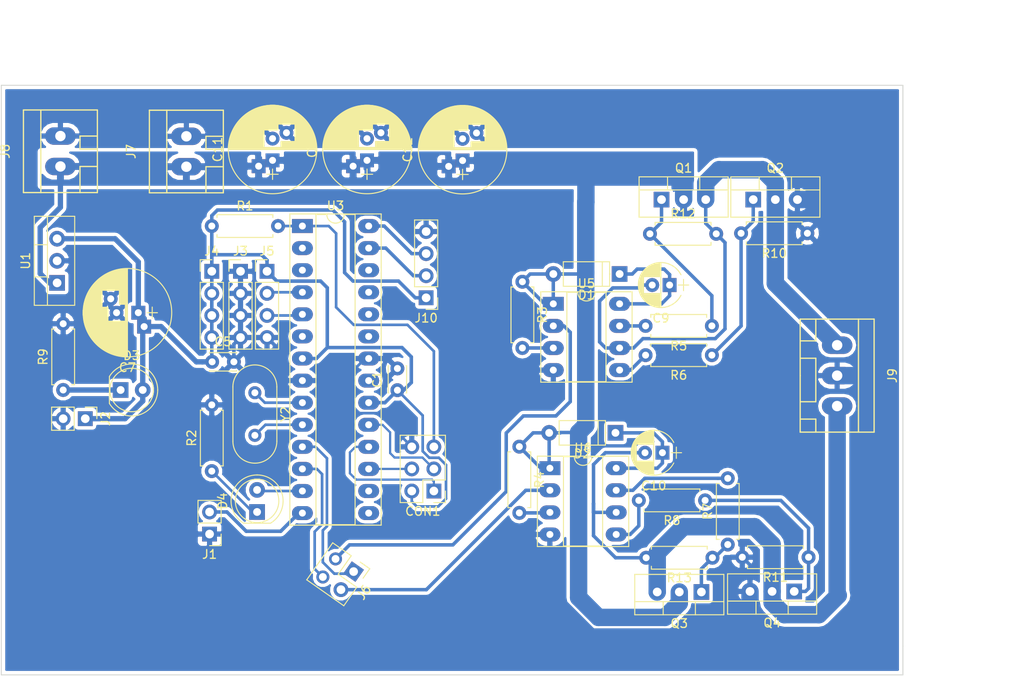
<source format=kicad_pcb>
(kicad_pcb (version 4) (host pcbnew 4.0.7)
  (layers (0 F.Cu signal) (31 B.Cu signal) (34 B.Paste user) (35 F.Paste user) (36 B.SilkS user) (37 F.SilkS user hide) (38 B.Mask user) (39 F.Mask user) (44 Edge.Cuts user))
  (net 0 "")
  (net 1 +5V)
  (net 2 GND)
  (net 3 VCC)
  (net 4 "Net-(C9-Pad1)")
  (net 5 "Net-(C9-Pad2)")
  (net 6 "Net-(C10-Pad1)")
  (net 7 "Net-(C10-Pad2)")
  (net 8 "Net-(CON1-Pad1)")
  (net 9 "Net-(CON1-Pad3)")
  (net 10 "Net-(CON1-Pad4)")
  (net 11 /RST)
  (net 12 "Net-(D3-Pad1)")
  (net 13 "Net-(D4-Pad1)")
  (net 14 "Net-(D4-Pad2)")
  (net 15 "Net-(J1-Pad2)")
  (net 16 "Net-(J5-Pad2)")
  (net 17 "Net-(J5-Pad3)")
  (net 18 "Net-(J10-Pad2)")
  (net 19 "Net-(J10-Pad3)")
  (net 20 "Net-(Q1-Pad1)")
  (net 21 "Net-(Q2-Pad1)")
  (net 22 "Net-(Q3-Pad1)")
  (net 23 "Net-(Q4-Pad1)")
  (net 24 "Net-(R3-Pad2)")
  (net 25 "Net-(R4-Pad2)")
  (net 26 "Net-(R5-Pad2)")
  (net 27 "Net-(R6-Pad2)")
  (net 28 "Net-(R7-Pad2)")
  (net 29 "Net-(R8-Pad2)")
  (net 30 "Net-(U3-Pad15)")
  (net 31 "Net-(U3-Pad16)")
  (net 32 "Net-(U3-Pad6)")
  (net 33 "Net-(U3-Pad21)")
  (net 34 "Net-(U3-Pad9)")
  (net 35 "Net-(U3-Pad23)")
  (net 36 "Net-(U3-Pad10)")
  (net 37 "Net-(U3-Pad24)")
  (net 38 /IN1)
  (net 39 "Net-(U3-Pad25)")
  (net 40 /IN2)
  (net 41 "Net-(U3-Pad26)")
  (net 42 "Net-(U3-Pad2)")
  (net 43 "Net-(U3-Pad3)")
  (net 44 "Net-(J6-Pad2)")
  (net 45 "Net-(J6-Pad3)")
  (module Capacitors_THT:C_Disc_D3.0mm_W2.0mm_P2.50mm (layer F.Cu) (at 135.636 103.6555 90)
    (fp_text reference C1 (at 1.25 -2.31 90) (layer F.SilkS))
    (fp_text value 0.1)
    (pad 1 thru_hole circle (at 0 0 90) (size 1.6 1.6) (drill 0.8) (layers *.Cu *.Mask) (net 1 +5V))
    (pad 2 thru_hole circle (at 2.5 0 90) (size 1.6 1.6) (drill 0.8) (layers *.Cu *.Mask) (net 2 GND))
  )
  (module Capacitors_THT:CP_Radial_D10.0mm_P2.50mm_P5.00mm (layer F.Cu) (at 132.1435 77.216 90)
    (fp_text reference C3 (at 1.25 -6.31 90) (layer F.SilkS))
    (fp_text value 10u)
    (pad 1 thru_hole rect (at 0 0 90) (size 1.6 1.6) (drill 0.8) (layers *.Cu *.Mask) (net 3 VCC))
    (pad 2 thru_hole circle (at 2.5 0 90) (size 1.6 1.6) (drill 0.8) (layers *.Cu *.Mask) (net 2 GND))
    (pad 1 thru_hole rect (at -0.670937 -1.6 90) (size 1.6 1.6) (drill 0.8) (layers *.Cu *.Mask) (net 3 VCC))
    (pad 2 thru_hole circle (at 3.170937 1.6 90) (size 1.6 1.6) (drill 0.8) (layers *.Cu *.Mask) (net 2 GND))
  )
  (module Capacitors_THT:C_Disc_D3.0mm_W2.0mm_P2.50mm (layer F.Cu) (at 114.34 100.3935)
    (fp_text reference C5 (at 1.25 -2.31) (layer F.SilkS))
    (fp_text value 0.1C)
    (pad 1 thru_hole circle (at 0 0) (size 1.6 1.6) (drill 0.8) (layers *.Cu *.Mask) (net 1 +5V))
    (pad 2 thru_hole circle (at 2.5 0) (size 1.6 1.6) (drill 0.8) (layers *.Cu *.Mask) (net 2 GND))
  )
  (module Capacitors_THT:CP_Radial_D10.0mm_P2.50mm_P5.00mm (layer F.Cu) (at 105.8545 94.742 180)
    (fp_text reference C7 (at 1.25 -6.31 180) (layer F.SilkS))
    (fp_text value 47u)
    (pad 1 thru_hole rect (at 0 0 180) (size 1.6 1.6) (drill 0.8) (layers *.Cu *.Mask) (net 1 +5V))
    (pad 2 thru_hole circle (at 2.5 0 180) (size 1.6 1.6) (drill 0.8) (layers *.Cu *.Mask) (net 2 GND))
    (pad 1 thru_hole rect (at -0.670937 -1.6 180) (size 1.6 1.6) (drill 0.8) (layers *.Cu *.Mask) (net 1 +5V))
    (pad 2 thru_hole circle (at 3.170937 1.6 180) (size 1.6 1.6) (drill 0.8) (layers *.Cu *.Mask) (net 2 GND))
  )
  (module Capacitors_THT:CP_Radial_D5.0mm_P2.00mm (layer F.Cu) (at 166.924632 91.56108 180)
    (fp_text reference C9 (at 1 -3.81 180) (layer F.SilkS))
    (fp_text value CP_Small)
    (pad 1 thru_hole rect (at 0 0 180) (size 1.6 1.6) (drill 0.8) (layers *.Cu *.Mask) (net 4 "Net-(C9-Pad1)"))
    (pad 2 thru_hole circle (at 2 0 180) (size 1.6 1.6) (drill 0.8) (layers *.Cu *.Mask) (net 5 "Net-(C9-Pad2)"))
  )
  (module Capacitors_THT:CP_Radial_D5.0mm_P2.00mm (layer F.Cu) (at 166.098237 110.847965 180)
    (fp_text reference C10 (at 1 -3.81 180) (layer F.SilkS))
    (fp_text value CP_Small)
    (pad 1 thru_hole rect (at 0 0 180) (size 1.6 1.6) (drill 0.8) (layers *.Cu *.Mask) (net 6 "Net-(C10-Pad1)"))
    (pad 2 thru_hole circle (at 2 0 180) (size 1.6 1.6) (drill 0.8) (layers *.Cu *.Mask) (net 7 "Net-(C10-Pad2)"))
  )
  (module Capacitors_THT:CP_Radial_D10.0mm_P2.50mm_P5.00mm (layer F.Cu) (at 121.285 77.216 90)
    (fp_text reference C11 (at 1.25 -6.31 90) (layer F.SilkS))
    (fp_text value CP_Small)
    (pad 1 thru_hole rect (at 0 0 90) (size 1.6 1.6) (drill 0.8) (layers *.Cu *.Mask) (net 3 VCC))
    (pad 2 thru_hole circle (at 2.5 0 90) (size 1.6 1.6) (drill 0.8) (layers *.Cu *.Mask) (net 2 GND))
    (pad 1 thru_hole rect (at -0.670937 -1.6 90) (size 1.6 1.6) (drill 0.8) (layers *.Cu *.Mask) (net 3 VCC))
    (pad 2 thru_hole circle (at 3.170937 1.6 90) (size 1.6 1.6) (drill 0.8) (layers *.Cu *.Mask) (net 2 GND))
  )
  (module Capacitors_THT:CP_Radial_D10.0mm_P2.50mm_P5.00mm (layer F.Cu) (at 143.129 77.2395 90)
    (fp_text reference C12 (at 1.25 -6.31 90) (layer F.SilkS))
    (fp_text value CP_Small)
    (pad 1 thru_hole rect (at 0 0 90) (size 1.6 1.6) (drill 0.8) (layers *.Cu *.Mask) (net 3 VCC))
    (pad 2 thru_hole circle (at 2.5 0 90) (size 1.6 1.6) (drill 0.8) (layers *.Cu *.Mask) (net 2 GND))
    (pad 1 thru_hole rect (at -0.670937 -1.6 90) (size 1.6 1.6) (drill 0.8) (layers *.Cu *.Mask) (net 3 VCC))
    (pad 2 thru_hole circle (at 3.170937 1.6 90) (size 1.6 1.6) (drill 0.8) (layers *.Cu *.Mask) (net 2 GND))
  )
  (module Pin_Headers:Pin_Header_Straight_2x03_Pitch2.54mm (layer F.Cu) (at 139.827 115.2525 180)
    (fp_text reference CON1 (at 1.27 -2.33 180) (layer F.SilkS))
    (fp_text value AVR-ISP-6)
    (pad 1 thru_hole rect (at 0 0 180) (size 1.7 1.7) (drill 1) (layers *.Cu *.Mask) (net 8 "Net-(CON1-Pad1)"))
    (pad 2 thru_hole oval (at 2.54 0 180) (size 1.7 1.7) (drill 1) (layers *.Cu *.Mask) (net 1 +5V))
    (pad 3 thru_hole oval (at 0 2.54 180) (size 1.7 1.7) (drill 1) (layers *.Cu *.Mask) (net 9 "Net-(CON1-Pad3)"))
    (pad 4 thru_hole oval (at 2.54 2.54 180) (size 1.7 1.7) (drill 1) (layers *.Cu *.Mask) (net 10 "Net-(CON1-Pad4)"))
    (pad 5 thru_hole oval (at 0 5.08 180) (size 1.7 1.7) (drill 1) (layers *.Cu *.Mask) (net 11 /RST))
    (pad 6 thru_hole oval (at 2.54 5.08 180) (size 1.7 1.7) (drill 1) (layers *.Cu *.Mask) (net 2 GND))
  )
  (module Diodes_THT:D_A-405_P7.62mm_Horizontal (layer F.Cu) (at 161.178132 90.29108 180)
    (fp_text reference D1 (at 3.81 -2.41 180) (layer F.SilkS))
    (fp_text value D)
    (pad 1 thru_hole rect (at 0 0 180) (size 1.8 1.8) (drill 0.9) (layers *.Cu *.Mask) (net 4 "Net-(C9-Pad1)"))
    (pad 2 thru_hole oval (at 7.62 0 180) (size 1.8 1.8) (drill 0.9) (layers *.Cu *.Mask) (net 3 VCC))
  )
  (module Diodes_THT:D_A-405_P7.62mm_Horizontal (layer F.Cu) (at 160.700737 108.561965 180)
    (fp_text reference D2 (at 3.81 -2.41 180) (layer F.SilkS))
    (fp_text value D)
    (pad 1 thru_hole rect (at 0 0 180) (size 1.8 1.8) (drill 0.9) (layers *.Cu *.Mask) (net 6 "Net-(C10-Pad1)"))
    (pad 2 thru_hole oval (at 7.62 0 180) (size 1.8 1.8) (drill 0.9) (layers *.Cu *.Mask) (net 3 VCC))
  )
  (module LEDs:LED_D5.0mm (layer F.Cu) (at 103.8225 103.632)
    (fp_text reference D3 (at 1.27 -3.96) (layer F.SilkS))
    (fp_text value LED_ALT)
    (pad 1 thru_hole rect (at 0 0) (size 1.8 1.8) (drill 0.9) (layers *.Cu *.Mask) (net 12 "Net-(D3-Pad1)"))
    (pad 2 thru_hole circle (at 2.54 0) (size 1.8 1.8) (drill 0.9) (layers *.Cu *.Mask) (net 1 +5V))
  )
  (module LEDs:LED_D5.0mm (layer F.Cu) (at 119.507 117.6655 90)
    (fp_text reference D4 (at 1.27 -3.96 90) (layer F.SilkS))
    (fp_text value LED_ALT)
    (pad 1 thru_hole rect (at 0 0 90) (size 1.8 1.8) (drill 0.9) (layers *.Cu *.Mask) (net 13 "Net-(D4-Pad1)"))
    (pad 2 thru_hole circle (at 2.54 0 90) (size 1.8 1.8) (drill 0.9) (layers *.Cu *.Mask) (net 14 "Net-(D4-Pad2)"))
  )
  (module Pin_Headers:Pin_Header_Straight_1x02_Pitch2.54mm (layer F.Cu) (at 114.046 120.2055 180)
    (fp_text reference J1 (at 0 -2.33 180) (layer F.SilkS))
    (fp_text value Conn_01x02)
    (pad 1 thru_hole rect (at 0 0 180) (size 1.7 1.7) (drill 1) (layers *.Cu *.Mask) (net 2 GND))
    (pad 2 thru_hole oval (at 0 2.54 180) (size 1.7 1.7) (drill 1) (layers *.Cu *.Mask) (net 15 "Net-(J1-Pad2)"))
  )
  (module Pin_Headers:Pin_Header_Straight_1x02_Pitch2.54mm (layer F.Cu) (at 99.7585 106.934 270)
    (fp_text reference J2 (at 0 -2.33 270) (layer F.SilkS))
    (fp_text value Conn_01x02)
    (pad 1 thru_hole rect (at 0 0 270) (size 1.7 1.7) (drill 1) (layers *.Cu *.Mask) (net 1 +5V))
    (pad 2 thru_hole oval (at 0 2.54 270) (size 1.7 1.7) (drill 1) (layers *.Cu *.Mask) (net 2 GND))
  )
  (module Pin_Headers:Pin_Header_Straight_1x04_Pitch2.54mm (layer F.Cu) (at 114.3 89.9795)
    (fp_text reference J4 (at 0 -2.33) (layer F.SilkS))
    (fp_text value Conn_01x04)
    (pad 1 thru_hole rect (at 0 0) (size 1.7 1.7) (drill 1) (layers *.Cu *.Mask) (net 1 +5V))
    (pad 2 thru_hole oval (at 0 2.54) (size 1.7 1.7) (drill 1) (layers *.Cu *.Mask) (net 1 +5V))
    (pad 3 thru_hole oval (at 0 5.08) (size 1.7 1.7) (drill 1) (layers *.Cu *.Mask) (net 1 +5V))
    (pad 4 thru_hole oval (at 0 7.62) (size 1.7 1.7) (drill 1) (layers *.Cu *.Mask) (net 1 +5V))
  )
  (module Pin_Headers:Pin_Header_Straight_1x04_Pitch2.54mm (layer F.Cu) (at 120.65 89.9795)
    (fp_text reference J5 (at 0 -2.33) (layer F.SilkS))
    (fp_text value Conn_01x04)
    (pad 1 thru_hole rect (at 0 0) (size 1.7 1.7) (drill 1) (layers *.Cu *.Mask) (net 1 +5V))
    (pad 2 thru_hole oval (at 0 2.54) (size 1.7 1.7) (drill 1) (layers *.Cu *.Mask) (net 16 "Net-(J5-Pad2)"))
    (pad 3 thru_hole oval (at 0 5.08) (size 1.7 1.7) (drill 1) (layers *.Cu *.Mask) (net 17 "Net-(J5-Pad3)"))
    (pad 4 thru_hole oval (at 0 7.62) (size 1.7 1.7) (drill 1) (layers *.Cu *.Mask) (net 2 GND))
  )
  (module Connectors_WAGO:WAGO_734_2pin_Straight_RuggedPads (layer F.Cu) (at 111.379 76.2 90)
    (fp_text reference J7 (at 0 -6.35 90) (layer F.SilkS))
    (fp_text value Conn_01x02)
    (pad 2 thru_hole oval (at 1.75006 0 90) (size 1.99898 3.50012) (drill 1.19888) (layers *.Cu *.Mask) (net 2 GND))
    (pad 1 thru_hole oval (at -1.75006 0 90) (size 1.99898 3.50012) (drill 1.19888) (layers *.Cu *.Mask) (net 3 VCC))
  )
  (module Connectors_WAGO:WAGO_734_2pin_Straight_RuggedPads (layer F.Cu) (at 96.901 76.17206 90)
    (fp_text reference J8 (at 0 -6.35 90) (layer F.SilkS))
    (fp_text value Conn_01x02)
    (pad 2 thru_hole oval (at 1.75006 0 90) (size 1.99898 3.50012) (drill 1.19888) (layers *.Cu *.Mask) (net 2 GND))
    (pad 1 thru_hole oval (at -1.75006 0 90) (size 1.99898 3.50012) (drill 1.19888) (layers *.Cu *.Mask) (net 3 VCC))
  )
  (module Connectors_WAGO:WAGO_734_3pin_Straight_RuggedPads (layer F.Cu) (at 186.182 101.981 270)
    (fp_text reference J9 (at 0 -6.35 270) (layer F.SilkS))
    (fp_text value Conn_01x03)
    (pad 2 thru_hole oval (at 0 0 270) (size 1.99898 3.50012) (drill 1.19888) (layers *.Cu *.Mask) (net 2 GND))
    (pad 1 thru_hole oval (at -3.50012 0 270) (size 1.99898 3.50012) (drill 1.19888) (layers *.Cu *.Mask) (net 5 "Net-(C9-Pad2)"))
    (pad 3 thru_hole oval (at 3.50012 0 270) (size 1.99898 3.50012) (drill 1.19888) (layers *.Cu *.Mask) (net 7 "Net-(C10-Pad2)"))
  )
  (module Pin_Headers:Pin_Header_Straight_1x04_Pitch2.54mm (layer F.Cu) (at 138.938 93.0275 180)
    (fp_text reference J10 (at 0 -2.33 180) (layer F.SilkS))
    (fp_text value Conn_01x04)
    (pad 1 thru_hole rect (at 0 0 180) (size 1.7 1.7) (drill 1) (layers *.Cu *.Mask) (net 1 +5V))
    (pad 2 thru_hole oval (at 0 2.54 180) (size 1.7 1.7) (drill 1) (layers *.Cu *.Mask) (net 18 "Net-(J10-Pad2)"))
    (pad 3 thru_hole oval (at 0 5.08 180) (size 1.7 1.7) (drill 1) (layers *.Cu *.Mask) (net 19 "Net-(J10-Pad3)"))
    (pad 4 thru_hole oval (at 0 7.62 180) (size 1.7 1.7) (drill 1) (layers *.Cu *.Mask) (net 2 GND))
  )
  (module TO_SOT_Packages_THT:TO-220-3_Vertical (layer F.Cu) (at 165.996232 81.732194)
    (fp_text reference Q1 (at 2.54 -3.62) (layer F.SilkS))
    (fp_text value IRF3205)
    (pad 1 thru_hole rect (at 0 0) (size 1.8 1.8) (drill 1) (layers *.Cu *.Mask) (net 20 "Net-(Q1-Pad1)"))
    (pad 2 thru_hole oval (at 2.54 0) (size 1.8 1.8) (drill 1) (layers *.Cu *.Mask) (net 3 VCC))
    (pad 3 thru_hole oval (at 5.08 0) (size 1.8 1.8) (drill 1) (layers *.Cu *.Mask) (net 5 "Net-(C9-Pad2)"))
  )
  (module TO_SOT_Packages_THT:TO-220-3_Vertical (layer F.Cu) (at 176.537232 81.732194)
    (fp_text reference Q2 (at 2.54 -3.62) (layer F.SilkS))
    (fp_text value IRF3205)
    (pad 1 thru_hole rect (at 0 0) (size 1.8 1.8) (drill 1) (layers *.Cu *.Mask) (net 21 "Net-(Q2-Pad1)"))
    (pad 2 thru_hole oval (at 2.54 0) (size 1.8 1.8) (drill 1) (layers *.Cu *.Mask) (net 5 "Net-(C9-Pad2)"))
    (pad 3 thru_hole oval (at 5.08 0) (size 1.8 1.8) (drill 1) (layers *.Cu *.Mask) (net 2 GND))
  )
  (module TO_SOT_Packages_THT:TO-220-3_Vertical (layer F.Cu) (at 170.57808 126.867588 180)
    (fp_text reference Q3 (at 2.54 -3.62 180) (layer F.SilkS))
    (fp_text value IRF3205)
    (pad 1 thru_hole rect (at 0 0 180) (size 1.8 1.8) (drill 1) (layers *.Cu *.Mask) (net 22 "Net-(Q3-Pad1)"))
    (pad 2 thru_hole oval (at 2.54 0 180) (size 1.8 1.8) (drill 1) (layers *.Cu *.Mask) (net 3 VCC))
    (pad 3 thru_hole oval (at 5.08 0 180) (size 1.8 1.8) (drill 1) (layers *.Cu *.Mask) (net 7 "Net-(C10-Pad2)"))
  )
  (module TO_SOT_Packages_THT:TO-220-3_Vertical (layer F.Cu) (at 181.24608 126.804088 180)
    (fp_text reference Q4 (at 2.54 -3.62 180) (layer F.SilkS))
    (fp_text value IRF3205)
    (pad 1 thru_hole rect (at 0 0 180) (size 1.8 1.8) (drill 1) (layers *.Cu *.Mask) (net 23 "Net-(Q4-Pad1)"))
    (pad 2 thru_hole oval (at 2.54 0 180) (size 1.8 1.8) (drill 1) (layers *.Cu *.Mask) (net 7 "Net-(C10-Pad2)"))
    (pad 3 thru_hole oval (at 5.08 0 180) (size 1.8 1.8) (drill 1) (layers *.Cu *.Mask) (net 2 GND))
  )
  (module Resistors_THT:R_Axial_DIN0207_L6.3mm_D2.5mm_P7.62mm_Horizontal (layer F.Cu) (at 114.3 84.7725)
    (fp_text reference R1 (at 3.81 -2.31) (layer F.SilkS))
    (fp_text value 10K)
    (pad 1 thru_hole circle (at 0 0) (size 1.6 1.6) (drill 0.8) (layers *.Cu *.Mask) (net 1 +5V))
    (pad 2 thru_hole oval (at 7.62 0) (size 1.6 1.6) (drill 0.8) (layers *.Cu *.Mask) (net 11 /RST))
  )
  (module Resistors_THT:R_Axial_DIN0207_L6.3mm_D2.5mm_P7.62mm_Horizontal (layer F.Cu) (at 114.3 112.9665 90)
    (fp_text reference R2 (at 3.81 -2.31 90) (layer F.SilkS))
    (fp_text value 510)
    (pad 1 thru_hole circle (at 0 0 90) (size 1.6 1.6) (drill 0.8) (layers *.Cu *.Mask) (net 13 "Net-(D4-Pad1)"))
    (pad 2 thru_hole oval (at 7.62 0 90) (size 1.6 1.6) (drill 0.8) (layers *.Cu *.Mask) (net 2 GND))
  )
  (module Resistors_THT:R_Axial_DIN0207_L6.3mm_D2.5mm_P7.62mm_Horizontal (layer F.Cu) (at 150.002132 91.18008 270)
    (fp_text reference R3 (at 3.81 -2.31 270) (layer F.SilkS))
    (fp_text value R)
    (pad 1 thru_hole circle (at 0 0 270) (size 1.6 1.6) (drill 0.8) (layers *.Cu *.Mask) (net 3 VCC))
    (pad 2 thru_hole oval (at 7.62 0 270) (size 1.6 1.6) (drill 0.8) (layers *.Cu *.Mask) (net 24 "Net-(R3-Pad2)"))
  )
  (module Resistors_THT:R_Axial_DIN0207_L6.3mm_D2.5mm_P7.62mm_Horizontal (layer F.Cu) (at 149.651737 110.149465 270)
    (fp_text reference R4 (at 3.81 -2.31 270) (layer F.SilkS))
    (fp_text value R)
    (pad 1 thru_hole circle (at 0 0 270) (size 1.6 1.6) (drill 0.8) (layers *.Cu *.Mask) (net 3 VCC))
    (pad 2 thru_hole oval (at 7.62 0 270) (size 1.6 1.6) (drill 0.8) (layers *.Cu *.Mask) (net 25 "Net-(R4-Pad2)"))
  )
  (module Resistors_THT:R_Axial_DIN0207_L6.3mm_D2.5mm_P7.62mm_Horizontal (layer F.Cu) (at 171.782632 96.26008 180)
    (fp_text reference R5 (at 3.81 -2.31 180) (layer F.SilkS))
    (fp_text value R)
    (pad 1 thru_hole circle (at 0 0 180) (size 1.6 1.6) (drill 0.8) (layers *.Cu *.Mask) (net 20 "Net-(Q1-Pad1)"))
    (pad 2 thru_hole oval (at 7.62 0 180) (size 1.6 1.6) (drill 0.8) (layers *.Cu *.Mask) (net 26 "Net-(R5-Pad2)"))
  )
  (module Resistors_THT:R_Axial_DIN0207_L6.3mm_D2.5mm_P7.62mm_Horizontal (layer F.Cu) (at 171.782632 99.62558 180)
    (fp_text reference R6 (at 3.81 -2.31 180) (layer F.SilkS))
    (fp_text value R)
    (pad 1 thru_hole circle (at 0 0 180) (size 1.6 1.6) (drill 0.8) (layers *.Cu *.Mask) (net 21 "Net-(Q2-Pad1)"))
    (pad 2 thru_hole oval (at 7.62 0 180) (size 1.6 1.6) (drill 0.8) (layers *.Cu *.Mask) (net 27 "Net-(R6-Pad2)"))
  )
  (module Resistors_THT:R_Axial_DIN0207_L6.3mm_D2.5mm_P7.62mm_Horizontal (layer F.Cu) (at 173.609 121.412 90)
    (fp_text reference R7 (at 3.81 -2.31 90) (layer F.SilkS))
    (fp_text value R)
    (pad 1 thru_hole circle (at 0 0 90) (size 1.6 1.6) (drill 0.8) (layers *.Cu *.Mask) (net 22 "Net-(Q3-Pad1)"))
    (pad 2 thru_hole oval (at 7.62 0 90) (size 1.6 1.6) (drill 0.8) (layers *.Cu *.Mask) (net 28 "Net-(R7-Pad2)"))
  )
  (module Resistors_THT:R_Axial_DIN0207_L6.3mm_D2.5mm_P7.62mm_Horizontal (layer F.Cu) (at 171.0055 116.332 180)
    (fp_text reference R8 (at 3.81 -2.31 180) (layer F.SilkS))
    (fp_text value R)
    (pad 1 thru_hole circle (at 0 0 180) (size 1.6 1.6) (drill 0.8) (layers *.Cu *.Mask) (net 23 "Net-(Q4-Pad1)"))
    (pad 2 thru_hole oval (at 7.62 0 180) (size 1.6 1.6) (drill 0.8) (layers *.Cu *.Mask) (net 29 "Net-(R8-Pad2)"))
  )
  (module Resistors_THT:R_Axial_DIN0207_L6.3mm_D2.5mm_P7.62mm_Horizontal (layer F.Cu) (at 97.2185 103.632 90)
    (fp_text reference R9 (at 3.81 -2.31 90) (layer F.SilkS))
    (fp_text value 510)
    (pad 1 thru_hole circle (at 0 0 90) (size 1.6 1.6) (drill 0.8) (layers *.Cu *.Mask) (net 12 "Net-(D3-Pad1)"))
    (pad 2 thru_hole oval (at 7.62 0 90) (size 1.6 1.6) (drill 0.8) (layers *.Cu *.Mask) (net 2 GND))
  )
  (module Resistors_THT:R_Axial_DIN0207_L6.3mm_D2.5mm_P7.62mm_Horizontal (layer F.Cu) (at 182.760232 85.605694 180)
    (fp_text reference R10 (at 3.81 -2.31 180) (layer F.SilkS))
    (fp_text value R)
    (pad 1 thru_hole circle (at 0 0 180) (size 1.6 1.6) (drill 0.8) (layers *.Cu *.Mask) (net 2 GND))
    (pad 2 thru_hole oval (at 7.62 0 180) (size 1.6 1.6) (drill 0.8) (layers *.Cu *.Mask) (net 21 "Net-(Q2-Pad1)"))
  )
  (module Resistors_THT:R_Axial_DIN0207_L6.3mm_D2.5mm_P7.62mm_Horizontal (layer F.Cu) (at 182.89708 122.867088 180)
    (fp_text reference R11 (at 3.81 -2.31 180) (layer F.SilkS))
    (fp_text value R)
    (pad 1 thru_hole circle (at 0 0 180) (size 1.6 1.6) (drill 0.8) (layers *.Cu *.Mask) (net 23 "Net-(Q4-Pad1)"))
    (pad 2 thru_hole oval (at 7.62 0 180) (size 1.6 1.6) (drill 0.8) (layers *.Cu *.Mask) (net 2 GND))
  )
  (module Resistors_THT:R_Axial_DIN0207_L6.3mm_D2.5mm_P7.62mm_Horizontal (layer F.Cu) (at 164.662732 85.669194)
    (fp_text reference R12 (at 3.81 -2.31) (layer F.SilkS))
    (fp_text value R)
    (pad 1 thru_hole circle (at 0 0) (size 1.6 1.6) (drill 0.8) (layers *.Cu *.Mask) (net 20 "Net-(Q1-Pad1)"))
    (pad 2 thru_hole oval (at 7.62 0) (size 1.6 1.6) (drill 0.8) (layers *.Cu *.Mask) (net 5 "Net-(C9-Pad2)"))
  )
  (module Resistors_THT:R_Axial_DIN0207_L6.3mm_D2.5mm_P7.62mm_Horizontal (layer F.Cu) (at 171.84808 122.930588 180)
    (fp_text reference R13 (at 3.81 -2.31 180) (layer F.SilkS))
    (fp_text value R)
    (pad 1 thru_hole circle (at 0 0 180) (size 1.6 1.6) (drill 0.8) (layers *.Cu *.Mask) (net 22 "Net-(Q3-Pad1)"))
    (pad 2 thru_hole oval (at 7.62 0 180) (size 1.6 1.6) (drill 0.8) (layers *.Cu *.Mask) (net 7 "Net-(C10-Pad2)"))
  )
  (module TO_SOT_Packages_THT:TO-220-3_Vertical (layer F.Cu) (at 96.52 91.313 90)
    (fp_text reference U1 (at 2.54 -3.62 90) (layer F.SilkS))
    (fp_text value L7805)
    (pad 1 thru_hole rect (at 0 0 90) (size 1.8 1.8) (drill 1) (layers *.Cu *.Mask) (net 3 VCC))
    (pad 2 thru_hole oval (at 2.54 0 90) (size 1.8 1.8) (drill 1) (layers *.Cu *.Mask) (net 2 GND))
    (pad 3 thru_hole oval (at 5.08 0 90) (size 1.8 1.8) (drill 1) (layers *.Cu *.Mask) (net 1 +5V))
  )
  (module Housings_DIP:DIP-28_W7.62mm_Socket_LongPads (layer F.Cu) (at 124.714 84.7725)
    (fp_text reference U3 (at 3.81 -2.33) (layer F.SilkS))
    (fp_text value ATMEGA328P-PU)
    (pad 1 thru_hole rect (at 0 0) (size 2.4 1.6) (drill 0.8) (layers *.Cu *.Mask) (net 11 /RST))
    (pad 15 thru_hole oval (at 7.62 33.02) (size 2.4 1.6) (drill 0.8) (layers *.Cu *.Mask) (net 30 "Net-(U3-Pad15)"))
    (pad 2 thru_hole oval (at 0 2.54) (size 2.4 1.6) (drill 0.8) (layers *.Cu *.Mask) (net 42 "Net-(U3-Pad2)"))
    (pad 16 thru_hole oval (at 7.62 30.48) (size 2.4 1.6) (drill 0.8) (layers *.Cu *.Mask) (net 31 "Net-(U3-Pad16)"))
    (pad 3 thru_hole oval (at 0 5.08) (size 2.4 1.6) (drill 0.8) (layers *.Cu *.Mask) (net 43 "Net-(U3-Pad3)"))
    (pad 17 thru_hole oval (at 7.62 27.94) (size 2.4 1.6) (drill 0.8) (layers *.Cu *.Mask) (net 10 "Net-(CON1-Pad4)"))
    (pad 4 thru_hole oval (at 0 7.62) (size 2.4 1.6) (drill 0.8) (layers *.Cu *.Mask) (net 16 "Net-(J5-Pad2)"))
    (pad 18 thru_hole oval (at 7.62 25.4) (size 2.4 1.6) (drill 0.8) (layers *.Cu *.Mask) (net 8 "Net-(CON1-Pad1)"))
    (pad 5 thru_hole oval (at 0 10.16) (size 2.4 1.6) (drill 0.8) (layers *.Cu *.Mask) (net 17 "Net-(J5-Pad3)"))
    (pad 19 thru_hole oval (at 7.62 22.86) (size 2.4 1.6) (drill 0.8) (layers *.Cu *.Mask) (net 9 "Net-(CON1-Pad3)"))
    (pad 6 thru_hole oval (at 0 12.7) (size 2.4 1.6) (drill 0.8) (layers *.Cu *.Mask) (net 32 "Net-(U3-Pad6)"))
    (pad 20 thru_hole oval (at 7.62 20.32) (size 2.4 1.6) (drill 0.8) (layers *.Cu *.Mask) (net 1 +5V))
    (pad 7 thru_hole oval (at 0 15.24) (size 2.4 1.6) (drill 0.8) (layers *.Cu *.Mask) (net 1 +5V))
    (pad 21 thru_hole oval (at 7.62 17.78) (size 2.4 1.6) (drill 0.8) (layers *.Cu *.Mask) (net 33 "Net-(U3-Pad21)"))
    (pad 8 thru_hole oval (at 0 17.78) (size 2.4 1.6) (drill 0.8) (layers *.Cu *.Mask) (net 2 GND))
    (pad 22 thru_hole oval (at 7.62 15.24) (size 2.4 1.6) (drill 0.8) (layers *.Cu *.Mask) (net 2 GND))
    (pad 9 thru_hole oval (at 0 20.32) (size 2.4 1.6) (drill 0.8) (layers *.Cu *.Mask) (net 34 "Net-(U3-Pad9)"))
    (pad 23 thru_hole oval (at 7.62 12.7) (size 2.4 1.6) (drill 0.8) (layers *.Cu *.Mask) (net 35 "Net-(U3-Pad23)"))
    (pad 10 thru_hole oval (at 0 22.86) (size 2.4 1.6) (drill 0.8) (layers *.Cu *.Mask) (net 36 "Net-(U3-Pad10)"))
    (pad 24 thru_hole oval (at 7.62 10.16) (size 2.4 1.6) (drill 0.8) (layers *.Cu *.Mask) (net 37 "Net-(U3-Pad24)"))
    (pad 11 thru_hole oval (at 0 25.4) (size 2.4 1.6) (drill 0.8) (layers *.Cu *.Mask) (net 38 /IN1))
    (pad 25 thru_hole oval (at 7.62 7.62) (size 2.4 1.6) (drill 0.8) (layers *.Cu *.Mask) (net 39 "Net-(U3-Pad25)"))
    (pad 12 thru_hole oval (at 0 27.94) (size 2.4 1.6) (drill 0.8) (layers *.Cu *.Mask) (net 40 /IN2))
    (pad 26 thru_hole oval (at 7.62 5.08) (size 2.4 1.6) (drill 0.8) (layers *.Cu *.Mask) (net 41 "Net-(U3-Pad26)"))
    (pad 13 thru_hole oval (at 0 30.48) (size 2.4 1.6) (drill 0.8) (layers *.Cu *.Mask) (net 14 "Net-(D4-Pad2)"))
    (pad 27 thru_hole oval (at 7.62 2.54) (size 2.4 1.6) (drill 0.8) (layers *.Cu *.Mask) (net 18 "Net-(J10-Pad2)"))
    (pad 14 thru_hole oval (at 0 33.02) (size 2.4 1.6) (drill 0.8) (layers *.Cu *.Mask) (net 15 "Net-(J1-Pad2)"))
    (pad 28 thru_hole oval (at 7.62 0) (size 2.4 1.6) (drill 0.8) (layers *.Cu *.Mask) (net 19 "Net-(J10-Pad3)"))
  )
  (module Housings_DIP:DIP-8_W7.62mm_Socket_LongPads (layer F.Cu) (at 153.555133 93.72308)
    (fp_text reference U5 (at 3.81 -2.33) (layer F.SilkS))
    (fp_text value IR2104)
    (pad 1 thru_hole rect (at 0 0) (size 2.4 1.6) (drill 0.8) (layers *.Cu *.Mask) (net 3 VCC))
    (pad 5 thru_hole oval (at 7.62 7.62) (size 2.4 1.6) (drill 0.8) (layers *.Cu *.Mask) (net 27 "Net-(R6-Pad2)"))
    (pad 2 thru_hole oval (at 0 2.54) (size 2.4 1.6) (drill 0.8) (layers *.Cu *.Mask) (net 45 "Net-(J6-Pad3)"))
    (pad 6 thru_hole oval (at 7.62 5.08) (size 2.4 1.6) (drill 0.8) (layers *.Cu *.Mask) (net 5 "Net-(C9-Pad2)"))
    (pad 3 thru_hole oval (at 0 5.08) (size 2.4 1.6) (drill 0.8) (layers *.Cu *.Mask) (net 24 "Net-(R3-Pad2)"))
    (pad 7 thru_hole oval (at 7.62 2.54) (size 2.4 1.6) (drill 0.8) (layers *.Cu *.Mask) (net 26 "Net-(R5-Pad2)"))
    (pad 4 thru_hole oval (at 0 7.62) (size 2.4 1.6) (drill 0.8) (layers *.Cu *.Mask) (net 2 GND))
    (pad 8 thru_hole oval (at 7.62 0) (size 2.4 1.6) (drill 0.8) (layers *.Cu *.Mask) (net 4 "Net-(C9-Pad1)"))
  )
  (module Housings_DIP:DIP-8_W7.62mm_Socket_LongPads (layer F.Cu) (at 153.164738 112.631965)
    (fp_text reference U6 (at 3.81 -2.33) (layer F.SilkS))
    (fp_text value IR2104)
    (pad 1 thru_hole rect (at 0 0) (size 2.4 1.6) (drill 0.8) (layers *.Cu *.Mask) (net 3 VCC))
    (pad 5 thru_hole oval (at 7.62 7.62) (size 2.4 1.6) (drill 0.8) (layers *.Cu *.Mask) (net 29 "Net-(R8-Pad2)"))
    (pad 2 thru_hole oval (at 0 2.54) (size 2.4 1.6) (drill 0.8) (layers *.Cu *.Mask) (net 44 "Net-(J6-Pad2)"))
    (pad 6 thru_hole oval (at 7.62 5.08) (size 2.4 1.6) (drill 0.8) (layers *.Cu *.Mask) (net 7 "Net-(C10-Pad2)"))
    (pad 3 thru_hole oval (at 0 5.08) (size 2.4 1.6) (drill 0.8) (layers *.Cu *.Mask) (net 25 "Net-(R4-Pad2)"))
    (pad 7 thru_hole oval (at 7.62 2.54) (size 2.4 1.6) (drill 0.8) (layers *.Cu *.Mask) (net 28 "Net-(R7-Pad2)"))
    (pad 4 thru_hole oval (at 0 7.62) (size 2.4 1.6) (drill 0.8) (layers *.Cu *.Mask) (net 2 GND))
    (pad 8 thru_hole oval (at 7.62 0) (size 2.4 1.6) (drill 0.8) (layers *.Cu *.Mask) (net 6 "Net-(C10-Pad1)"))
  )
  (module Crystals:Crystal_HC18-U_Vertical (layer F.Cu) (at 119.253 103.9495 270)
    (fp_text reference Y2 (at 2.45 -3.525 270) (layer F.SilkS))
    (fp_text value Crystal)
    (pad 1 thru_hole circle (at 0 0 270) (size 1.5 1.5) (drill 0.8) (layers *.Cu *.Mask) (net 34 "Net-(U3-Pad9)"))
    (pad 2 thru_hole circle (at 4.9 0 270) (size 1.5 1.5) (drill 0.8) (layers *.Cu *.Mask) (net 36 "Net-(U3-Pad10)"))
  )
  (module Pin_Headers:Pin_Header_Straight_1x04_Pitch2.54mm (layer F.Cu) (at 117.602 89.9795)
    (fp_text reference J3 (at 0 -2.33) (layer F.SilkS))
    (fp_text value Conn_01x04)
    (pad 1 thru_hole rect (at 0 0) (size 1.7 1.7) (drill 1) (layers *.Cu *.Mask) (net 2 GND))
    (pad 2 thru_hole oval (at 0 2.54) (size 1.7 1.7) (drill 1) (layers *.Cu *.Mask) (net 2 GND))
    (pad 3 thru_hole oval (at 0 5.08) (size 1.7 1.7) (drill 1) (layers *.Cu *.Mask) (net 2 GND))
    (pad 4 thru_hole oval (at 0 7.62) (size 1.7 1.7) (drill 1) (layers *.Cu *.Mask) (net 2 GND))
  )
  (module Pin_Headers:Pin_Header_Straight_2x02_Pitch2.54mm (layer F.Cu) (at 130.604646 124.519884 235)
    (fp_text reference J6 (at 1.27 -2.33 235) (layer F.SilkS))
    (fp_text value Conn_02x02_Odd_Even)
    (pad 1 thru_hole rect (at 0 0 235) (size 1.7 1.7) (drill 1) (layers *.Cu *.Mask) (net 38 /IN1))
    (pad 2 thru_hole oval (at 2.54 0 235) (size 1.7 1.7) (drill 1) (layers *.Cu *.Mask) (net 44 "Net-(J6-Pad2)"))
    (pad 3 thru_hole oval (at 0 2.54 235) (size 1.5 1.5) (drill 0.9) (layers *.Cu *.Mask) (net 45 "Net-(J6-Pad3)"))
    (pad 4 thru_hole oval (at 2.54 2.54 235) (size 1.5 1.5) (drill 0.9) (layers *.Cu *.Mask) (net 40 /IN2))
  )
  (gr_line (start 90.1065 68.58) (end 90.17 68.58) (layer Edge.Cuts) (width 0.1))
  (gr_line (start 90.1065 136.398) (end 90.1065 68.58) (layer Edge.Cuts) (width 0.1))
  (gr_line (start 193.7385 136.398) (end 90.1065 136.398) (layer Edge.Cuts) (width 0.1))
  (gr_line (start 193.7385 133.096) (end 193.7385 136.398) (layer Edge.Cuts) (width 0.1))
  (gr_line (start 193.7385 68.58) (end 193.7385 133.096) (layer Edge.Cuts) (width 0.1))
  (gr_line (start 90.17 68.58) (end 193.7385 68.58) (layer Edge.Cuts) (width 0.1))
  (segment (start 137.287 115.2525) (end 137.287 116.454581) (width 0.3048) (layer B.Cu) (net 1))
  (segment (start 139.297755 111.428901) (end 138.543401 110.674547) (width 0.3048) (layer B.Cu) (net 1))
  (segment (start 138.543401 110.674547) (end 138.543401 106.562901) (width 0.3048) (layer B.Cu) (net 1))
  (segment (start 137.287 116.454581) (end 137.862919 117.0305) (width 0.3048) (layer B.Cu) (net 1))
  (segment (start 141.223171 112.249197) (end 140.402875 111.428901) (width 0.3048) (layer B.Cu) (net 1))
  (segment (start 137.862919 117.0305) (end 140.328362 117.0305) (width 0.3048) (layer B.Cu) (net 1))
  (segment (start 140.328362 117.0305) (end 141.223171 116.135691) (width 0.3048) (layer B.Cu) (net 1))
  (segment (start 141.223171 116.135691) (end 141.223171 112.249197) (width 0.3048) (layer B.Cu) (net 1))
  (segment (start 140.402875 111.428901) (end 139.297755 111.428901) (width 0.3048) (layer B.Cu) (net 1))
  (segment (start 138.543401 106.562901) (end 135.636 103.6555) (width 0.3048) (layer B.Cu) (net 1))
  (segment (start 129.566233 90.132733) (end 129.566233 84.290733) (width 0.4) (layer B.Cu) (net 1))
  (segment (start 129.566233 84.290733) (end 128.2065 82.931) (width 0.4) (layer B.Cu) (net 1))
  (segment (start 128.2065 82.931) (end 114.949673 82.931) (width 0.4) (layer B.Cu) (net 1))
  (segment (start 114.949673 82.931) (end 114.3 83.580673) (width 0.4) (layer B.Cu) (net 1))
  (segment (start 114.3 83.580673) (end 114.3 84.7725) (width 0.4) (layer B.Cu) (net 1))
  (segment (start 114.3 92.5195) (end 114.3 89.9795) (width 0.4) (layer B.Cu) (net 1))
  (segment (start 114.3 95.0595) (end 114.3 97.5995) (width 0.4) (layer B.Cu) (net 1))
  (segment (start 114.3 92.5195) (end 114.3 95.0595) (width 0.4) (layer B.Cu) (net 1))
  (segment (start 99.7585 106.934) (end 104.333292 106.934) (width 0.6096) (layer B.Cu) (net 1))
  (segment (start 104.333292 106.934) (end 106.3625 104.904792) (width 0.6096) (layer B.Cu) (net 1))
  (segment (start 106.3625 104.904792) (end 106.3625 103.632) (width 0.6096) (layer B.Cu) (net 1))
  (segment (start 106.525437 96.342) (end 108.474072 96.342) (width 0.6096) (layer B.Cu) (net 1))
  (segment (start 108.474072 96.342) (end 112.525572 100.3935) (width 0.6096) (layer B.Cu) (net 1))
  (segment (start 112.525572 100.3935) (end 113.20863 100.3935) (width 0.6096) (layer B.Cu) (net 1))
  (segment (start 113.20863 100.3935) (end 114.34 100.3935) (width 0.6096) (layer B.Cu) (net 1))
  (segment (start 106.3625 103.632) (end 106.3625 96.504937) (width 0.6096) (layer B.Cu) (net 1))
  (segment (start 106.3625 96.504937) (end 106.525437 96.342) (width 0.6096) (layer B.Cu) (net 1))
  (segment (start 106.468384 96.342) (end 106.468384 96.371884) (width 0.6096) (layer B.Cu) (net 1))
  (segment (start 106.525437 96.342) (end 106.525437 95.412937) (width 0.6096) (layer B.Cu) (net 1))
  (segment (start 106.525437 95.412937) (end 105.8545 94.742) (width 0.6096) (layer B.Cu) (net 1))
  (segment (start 103.1875 86.233) (end 105.8545 88.9) (width 0.6096) (layer B.Cu) (net 1))
  (segment (start 105.8545 88.9) (end 105.8545 94.742) (width 0.6096) (layer B.Cu) (net 1))
  (segment (start 96.52 86.233) (end 103.1875 86.233) (width 0.6096) (layer B.Cu) (net 1))
  (segment (start 138.938 93.0275) (end 137.688 93.0275) (width 0.4) (layer B.Cu) (net 1))
  (segment (start 137.688 93.0275) (end 135.76701 91.10651) (width 0.4) (layer B.Cu) (net 1))
  (segment (start 135.76701 91.10651) (end 130.54001 91.10651) (width 0.4) (layer B.Cu) (net 1))
  (segment (start 130.54001 91.10651) (end 129.566233 90.132733) (width 0.4) (layer B.Cu) (net 1))
  (segment (start 130.49241 91.05891) (end 129.566233 90.132733) (width 0.3048) (layer B.Cu) (net 1))
  (segment (start 127.57761 98.75529) (end 127.57761 91.874354) (width 0.4064) (layer B.Cu) (net 1))
  (segment (start 127.57761 91.874354) (end 126.812966 91.10971) (width 0.4064) (layer B.Cu) (net 1))
  (segment (start 126.812966 91.10971) (end 121.777131 91.10971) (width 0.4064) (layer B.Cu) (net 1))
  (segment (start 121.777131 91.10971) (end 120.65 89.982579) (width 0.4064) (layer B.Cu) (net 1))
  (segment (start 120.65 89.982579) (end 120.65 89.9795) (width 0.4064) (layer B.Cu) (net 1))
  (segment (start 114.3 89.9795) (end 114.3 88.0745) (width 0.4064) (layer B.Cu) (net 1))
  (segment (start 114.3 88.0745) (end 120.015 88.0745) (width 0.4064) (layer B.Cu) (net 1))
  (segment (start 120.015 88.0745) (end 120.65 88.7095) (width 0.4064) (layer B.Cu) (net 1))
  (segment (start 120.65 88.7095) (end 120.65 89.9795) (width 0.4064) (layer B.Cu) (net 1))
  (segment (start 114.3 89.9795) (end 114.3 84.7725) (width 0.4064) (layer B.Cu) (net 1))
  (segment (start 124.714 100.0125) (end 126.3204 100.0125) (width 0.4064) (layer B.Cu) (net 1))
  (segment (start 126.3204 100.0125) (end 127.57761 98.75529) (width 0.4064) (layer B.Cu) (net 1))
  (segment (start 127.57761 98.75529) (end 136.162628 98.75529) (width 0.4064) (layer B.Cu) (net 1))
  (segment (start 136.354904 103.6555) (end 135.636 103.6555) (width 0.4064) (layer B.Cu) (net 1))
  (segment (start 136.162628 98.75529) (end 137.235499 99.828161) (width 0.4064) (layer B.Cu) (net 1))
  (segment (start 137.235499 99.828161) (end 137.235499 102.774905) (width 0.4064) (layer B.Cu) (net 1))
  (segment (start 137.235499 102.774905) (end 136.354904 103.6555) (width 0.4064) (layer B.Cu) (net 1))
  (segment (start 114.3 97.5995) (end 114.3 100.3535) (width 0.4064) (layer B.Cu) (net 1))
  (segment (start 114.3 100.3535) (end 114.34 100.3935) (width 0.4064) (layer B.Cu) (net 1))
  (segment (start 114.3 97.5995) (end 114.3 89.9795) (width 0.4064) (layer B.Cu) (net 1))
  (segment (start 132.334 105.0925) (end 134.199 105.0925) (width 0.4064) (layer B.Cu) (net 1))
  (segment (start 134.199 105.0925) (end 135.636 103.6555) (width 0.4064) (layer B.Cu) (net 1))
  (segment (start 102.683563 93.142) (end 102.683563 94.071063) (width 0.6096) (layer B.Cu) (net 2))
  (segment (start 102.683563 94.071063) (end 103.3545 94.742) (width 0.6096) (layer B.Cu) (net 2))
  (segment (start 153.164738 120.251965) (end 153.164738 126.40644) (width 0.6) (layer B.Cu) (net 2))
  (segment (start 153.164738 126.40644) (end 158.106308 131.34801) (width 0.6) (layer B.Cu) (net 2))
  (segment (start 158.106308 131.34801) (end 171.622158 131.34801) (width 0.6) (layer B.Cu) (net 2))
  (segment (start 171.622158 131.34801) (end 172.968588 130.00158) (width 0.6) (layer B.Cu) (net 2))
  (segment (start 172.968588 130.00158) (end 176.16608 130.00158) (width 0.6) (layer B.Cu) (net 2))
  (segment (start 189.93206 128.20294) (end 189.93206 101.981) (width 2) (layer B.Cu) (net 2))
  (segment (start 189.93206 101.981) (end 189.93206 85.60156) (width 2) (layer B.Cu) (net 2))
  (segment (start 186.182 101.981) (end 189.93206 101.981) (width 2) (layer B.Cu) (net 2))
  (segment (start 176.16608 126.804088) (end 176.16608 130.00158) (width 2) (layer B.Cu) (net 2))
  (segment (start 189.93206 85.60156) (end 186.062694 81.732194) (width 2) (layer B.Cu) (net 2))
  (segment (start 176.16608 130.00158) (end 178.689 132.5245) (width 2) (layer B.Cu) (net 2))
  (segment (start 178.689 132.5245) (end 185.6105 132.5245) (width 2) (layer B.Cu) (net 2))
  (segment (start 185.6105 132.5245) (end 189.93206 128.20294) (width 2) (layer B.Cu) (net 2))
  (segment (start 186.062694 81.732194) (end 181.617232 81.732194) (width 2) (layer B.Cu) (net 2))
  (segment (start 176.16608 126.804088) (end 176.16608 123.756088) (width 0.4) (layer B.Cu) (net 2))
  (segment (start 176.16608 123.756088) (end 175.27708 122.867088) (width 0.4) (layer B.Cu) (net 2))
  (segment (start 181.617232 81.732194) (end 181.617232 84.462694) (width 0.4) (layer B.Cu) (net 2))
  (segment (start 181.617232 84.462694) (end 182.760232 85.605694) (width 0.4) (layer B.Cu) (net 2))
  (segment (start 137.287 110.1725) (end 133.41341 106.29891) (width 0.3048) (layer B.Cu) (net 2))
  (segment (start 133.41341 106.29891) (end 131.25441 106.29891) (width 0.3048) (layer B.Cu) (net 2))
  (segment (start 131.25441 106.29891) (end 130.275258 105.319758) (width 0.3048) (layer B.Cu) (net 2))
  (segment (start 130.275258 105.319758) (end 130.275258 101.671242) (width 0.3048) (layer B.Cu) (net 2))
  (segment (start 130.275258 101.671242) (end 131.934 100.0125) (width 0.3048) (layer B.Cu) (net 2))
  (segment (start 131.934 100.0125) (end 132.334 100.0125) (width 0.3048) (layer B.Cu) (net 2))
  (segment (start 116.84 100.3935) (end 116.84 98.3615) (width 0.4064) (layer B.Cu) (net 2))
  (segment (start 116.84 98.3615) (end 117.602 97.5995) (width 0.4064) (layer B.Cu) (net 2))
  (segment (start 120.65 97.5995) (end 117.602 97.5995) (width 0.4064) (layer B.Cu) (net 2))
  (segment (start 117.602 97.5995) (end 117.602 89.9795) (width 0.3048) (layer B.Cu) (net 2))
  (segment (start 121.499999 101.116499) (end 122.936 102.5525) (width 0.4064) (layer B.Cu) (net 2))
  (segment (start 122.936 102.5525) (end 124.714 102.5525) (width 0.4064) (layer B.Cu) (net 2))
  (segment (start 120.65 97.5995) (end 121.499999 98.449499) (width 0.4064) (layer B.Cu) (net 2))
  (segment (start 121.499999 98.449499) (end 121.499999 101.116499) (width 0.4064) (layer B.Cu) (net 2))
  (segment (start 117.475 99.7585) (end 116.84 100.3935) (width 0.4064) (layer B.Cu) (net 2))
  (segment (start 114.3 105.3465) (end 114.3 102.9335) (width 0.4064) (layer B.Cu) (net 2))
  (segment (start 114.3 102.9335) (end 116.84 100.3935) (width 0.4064) (layer B.Cu) (net 2))
  (segment (start 124.714 102.5525) (end 127.481024 102.5525) (width 0.4064) (layer B.Cu) (net 2))
  (segment (start 127.481024 102.5525) (end 130.021024 100.0125) (width 0.4064) (layer B.Cu) (net 2))
  (segment (start 130.021024 100.0125) (end 132.334 100.0125) (width 0.4064) (layer B.Cu) (net 2))
  (segment (start 132.334 100.0125) (end 134.493 100.0125) (width 0.4064) (layer B.Cu) (net 2))
  (segment (start 134.493 100.0125) (end 135.636 101.1555) (width 0.4064) (layer B.Cu) (net 2))
  (segment (start 96.901 77.92212) (end 96.901 82.61575) (width 0.6096) (layer B.Cu) (net 3))
  (segment (start 96.901 82.61575) (end 94.57681 84.93994) (width 0.6096) (layer B.Cu) (net 3))
  (segment (start 94.57681 84.93994) (end 94.57681 90.241736) (width 0.6096) (layer B.Cu) (net 3))
  (segment (start 94.57681 90.241736) (end 95.648074 91.313) (width 0.6096) (layer B.Cu) (net 3))
  (segment (start 95.648074 91.313) (end 96.52 91.313) (width 0.6096) (layer B.Cu) (net 3))
  (segment (start 157.283011 90.1065) (end 157.283011 82.048489) (width 2) (layer B.Cu) (net 3))
  (segment (start 157.303083 78.312347) (end 157.57393 78.0415) (width 2) (layer B.Cu) (net 3))
  (segment (start 157.283011 82.048489) (end 157.303083 82.028417) (width 2) (layer B.Cu) (net 3))
  (segment (start 157.303083 82.028417) (end 157.303083 78.312347) (width 2) (layer B.Cu) (net 3))
  (segment (start 157.57393 78.0415) (end 167.397733 78.0415) (width 2) (layer B.Cu) (net 3))
  (segment (start 168.536232 79.179999) (end 168.536232 81.732194) (width 2) (layer B.Cu) (net 3))
  (segment (start 167.397733 78.0415) (end 168.536232 79.179999) (width 2) (layer B.Cu) (net 3))
  (segment (start 157.283011 107.702489) (end 157.283011 90.1065) (width 2) (layer B.Cu) (net 3))
  (segment (start 154.830924 90.29108) (end 157.098431 90.29108) (width 0.4) (layer B.Cu) (net 3))
  (segment (start 157.098431 90.29108) (end 157.283011 90.1065) (width 0.4) (layer B.Cu) (net 3))
  (segment (start 156.464 108.5215) (end 157.283011 107.702489) (width 2) (layer B.Cu) (net 3))
  (segment (start 153.558132 90.29108) (end 154.830924 90.29108) (width 0.4) (layer B.Cu) (net 3))
  (segment (start 154.830924 90.29108) (end 154.836844 90.297) (width 0.4) (layer B.Cu) (net 3))
  (segment (start 156.464 127.508) (end 156.464 108.5215) (width 2) (layer B.Cu) (net 3))
  (segment (start 154.353529 108.561965) (end 154.393994 108.5215) (width 0.4) (layer B.Cu) (net 3))
  (segment (start 153.080737 108.561965) (end 154.353529 108.561965) (width 0.4) (layer B.Cu) (net 3))
  (segment (start 154.393994 108.5215) (end 156.464 108.5215) (width 0.4) (layer B.Cu) (net 3))
  (segment (start 168.03808 126.867588) (end 168.03808 128.14038) (width 2) (layer B.Cu) (net 3))
  (segment (start 168.03808 128.14038) (end 166.38446 129.794) (width 2) (layer B.Cu) (net 3))
  (segment (start 166.38446 129.794) (end 158.75 129.794) (width 2) (layer B.Cu) (net 3))
  (segment (start 158.75 129.794) (end 156.464 127.508) (width 2) (layer B.Cu) (net 3))
  (segment (start 153.080737 108.561965) (end 153.080737 112.547964) (width 0.4) (layer B.Cu) (net 3))
  (segment (start 153.080737 112.547964) (end 153.164738 112.631965) (width 0.4) (layer B.Cu) (net 3))
  (segment (start 149.651737 110.149465) (end 151.239237 108.561965) (width 0.4) (layer B.Cu) (net 3))
  (segment (start 151.239237 108.561965) (end 153.080737 108.561965) (width 0.4) (layer B.Cu) (net 3))
  (segment (start 149.651737 110.149465) (end 152.134237 112.631965) (width 0.4) (layer B.Cu) (net 3))
  (segment (start 152.134237 112.631965) (end 153.164738 112.631965) (width 0.4) (layer B.Cu) (net 3))
  (segment (start 153.555133 93.72308) (end 153.555133 90.294079) (width 0.4) (layer B.Cu) (net 3))
  (segment (start 153.555133 90.294079) (end 153.558132 90.29108) (width 0.4) (layer B.Cu) (net 3))
  (segment (start 153.558132 90.29108) (end 150.891132 90.29108) (width 0.4) (layer B.Cu) (net 3))
  (segment (start 150.891132 90.29108) (end 150.002132 91.18008) (width 0.4) (layer B.Cu) (net 3))
  (segment (start 153.555133 93.72308) (end 152.545132 93.72308) (width 0.4) (layer B.Cu) (net 3))
  (segment (start 152.545132 93.72308) (end 150.802131 91.980079) (width 0.4) (layer B.Cu) (net 3))
  (segment (start 150.802131 91.980079) (end 150.002132 91.18008) (width 0.4) (layer B.Cu) (net 3))
  (segment (start 163.195 89.7255) (end 162.62942 90.29108) (width 0.4) (layer B.Cu) (net 4))
  (segment (start 162.62942 90.29108) (end 161.178132 90.29108) (width 0.4) (layer B.Cu) (net 4))
  (segment (start 166.289052 89.7255) (end 163.195 89.7255) (width 0.4) (layer B.Cu) (net 4))
  (segment (start 166.924632 91.56108) (end 166.924632 90.36108) (width 0.4) (layer B.Cu) (net 4))
  (segment (start 166.924632 90.36108) (end 166.289052 89.7255) (width 0.4) (layer B.Cu) (net 4))
  (segment (start 165.99192 93.72308) (end 166.924632 92.790368) (width 0.4) (layer B.Cu) (net 4))
  (segment (start 166.924632 92.790368) (end 166.924632 91.56108) (width 0.4) (layer B.Cu) (net 4))
  (segment (start 161.175133 93.72308) (end 165.99192 93.72308) (width 0.4) (layer B.Cu) (net 4))
  (segment (start 164.924632 91.56108) (end 163.793262 91.56108) (width 0.4) (layer B.Cu) (net 5))
  (segment (start 163.464971 91.889371) (end 160.396129 91.889371) (width 0.4) (layer B.Cu) (net 5))
  (segment (start 163.793262 91.56108) (end 163.464971 91.889371) (width 0.4) (layer B.Cu) (net 5))
  (segment (start 158.877 98.1075) (end 159.57258 98.80308) (width 0.4) (layer B.Cu) (net 5))
  (segment (start 160.396129 91.889371) (end 158.877 93.4085) (width 0.4) (layer B.Cu) (net 5))
  (segment (start 158.877 93.4085) (end 158.877 98.1075) (width 0.4) (layer B.Cu) (net 5))
  (segment (start 159.57258 98.80308) (end 161.175133 98.80308) (width 0.4) (layer B.Cu) (net 5))
  (segment (start 173.2915 96.607134) (end 173.2915 86.677962) (width 0.4) (layer B.Cu) (net 5))
  (segment (start 173.2915 86.677962) (end 172.282732 85.669194) (width 0.4) (layer B.Cu) (net 5))
  (segment (start 163.851713 97.7265) (end 172.172134 97.7265) (width 0.4) (layer B.Cu) (net 5))
  (segment (start 172.172134 97.7265) (end 173.2915 96.607134) (width 0.4) (layer B.Cu) (net 5))
  (segment (start 161.175133 98.80308) (end 162.775133 98.80308) (width 0.4) (layer B.Cu) (net 5))
  (segment (start 162.775133 98.80308) (end 163.851713 97.7265) (width 0.4) (layer B.Cu) (net 5))
  (segment (start 186.182 98.48088) (end 179.077232 91.376112) (width 2) (layer B.Cu) (net 5))
  (segment (start 179.077232 91.376112) (end 179.077232 81.732194) (width 2) (layer B.Cu) (net 5))
  (segment (start 177.6095 78.2955) (end 179.077232 79.763232) (width 2) (layer B.Cu) (net 5))
  (segment (start 179.077232 79.763232) (end 179.077232 81.732194) (width 2) (layer B.Cu) (net 5))
  (segment (start 172.593 78.2955) (end 177.6095 78.2955) (width 2) (layer B.Cu) (net 5))
  (segment (start 171.076232 79.812268) (end 172.593 78.2955) (width 2) (layer B.Cu) (net 5))
  (segment (start 171.076232 81.732194) (end 171.076232 79.812268) (width 2) (layer B.Cu) (net 5))
  (segment (start 171.076232 81.732194) (end 171.076232 84.462694) (width 0.4) (layer B.Cu) (net 5))
  (segment (start 171.076232 84.462694) (end 172.282732 85.669194) (width 0.4) (layer B.Cu) (net 5))
  (segment (start 160.784738 112.631965) (end 165.514237 112.631965) (width 0.4) (layer B.Cu) (net 6))
  (segment (start 165.514237 112.631965) (end 166.098237 112.047965) (width 0.4) (layer B.Cu) (net 6))
  (segment (start 166.098237 112.047965) (end 166.098237 110.847965) (width 0.4) (layer B.Cu) (net 6))
  (segment (start 165.076965 108.561965) (end 166.098237 109.583237) (width 0.4) (layer B.Cu) (net 6))
  (segment (start 166.098237 109.583237) (end 166.098237 110.847965) (width 0.4) (layer B.Cu) (net 6))
  (segment (start 160.700737 108.561965) (end 165.076965 108.561965) (width 0.4) (layer B.Cu) (net 6))
  (segment (start 160.784738 117.711965) (end 158.1785 117.711965) (width 0.4) (layer B.Cu) (net 7))
  (segment (start 158.1785 117.711965) (end 158.1785 116.705727) (width 0.4) (layer B.Cu) (net 7))
  (segment (start 160.713088 122.930588) (end 158.1785 120.396) (width 0.4) (layer B.Cu) (net 7))
  (segment (start 158.1785 120.396) (end 158.1785 116.705727) (width 0.4) (layer B.Cu) (net 7))
  (segment (start 164.22808 122.930588) (end 160.713088 122.930588) (width 0.4) (layer B.Cu) (net 7))
  (segment (start 165.49808 126.867588) (end 165.502792 126.862876) (width 2) (layer B.Cu) (net 7))
  (segment (start 165.502792 126.862876) (end 165.502792 122.371962) (width 2) (layer B.Cu) (net 7))
  (segment (start 165.502792 122.371962) (end 168.516755 119.357999) (width 2) (layer B.Cu) (net 7))
  (segment (start 168.516755 119.357999) (end 176.683262 119.357999) (width 2) (layer B.Cu) (net 7))
  (segment (start 176.683262 119.357999) (end 178.70608 121.380817) (width 2) (layer B.Cu) (net 7))
  (segment (start 178.70608 121.380817) (end 178.70608 126.804088) (width 2) (layer B.Cu) (net 7))
  (segment (start 186.309 127.254) (end 186.182 127.127) (width 2) (layer B.Cu) (net 7))
  (segment (start 186.182 127.127) (end 186.182 105.48112) (width 2) (layer B.Cu) (net 7))
  (segment (start 184.0865 129.4765) (end 186.309 127.254) (width 2) (layer B.Cu) (net 7))
  (segment (start 180.1057 129.4765) (end 184.0865 129.4765) (width 2) (layer B.Cu) (net 7))
  (segment (start 178.70608 126.804088) (end 178.70608 128.07688) (width 2) (layer B.Cu) (net 7))
  (segment (start 178.70608 128.07688) (end 180.1057 129.4765) (width 2) (layer B.Cu) (net 7))
  (segment (start 165.49808 126.867588) (end 165.49808 124.200588) (width 0.4) (layer B.Cu) (net 7))
  (segment (start 165.49808 124.200588) (end 164.22808 122.930588) (width 0.4) (layer B.Cu) (net 7))
  (segment (start 158.1785 116.705727) (end 158.1785 112.2045) (width 0.4) (layer B.Cu) (net 7))
  (segment (start 159.535035 110.847965) (end 158.1785 112.2045) (width 0.4) (layer B.Cu) (net 7))
  (segment (start 164.098237 110.847965) (end 159.535035 110.847965) (width 0.4) (layer B.Cu) (net 7))
  (segment (start 130.175 110.8075) (end 130.81 110.1725) (width 0.254) (layer B.Cu) (net 8))
  (segment (start 130.81 110.1725) (end 132.334 110.1725) (width 0.254) (layer B.Cu) (net 8))
  (segment (start 130.175 113.2205) (end 130.175 110.8075) (width 0.254) (layer B.Cu) (net 8))
  (segment (start 130.898001 113.943501) (end 130.175 113.2205) (width 0.254) (layer B.Cu) (net 8))
  (segment (start 139.827 115.2525) (end 139.827 114.1485) (width 0.254) (layer B.Cu) (net 8))
  (segment (start 139.827 114.1485) (end 139.622001 113.943501) (width 0.254) (layer B.Cu) (net 8))
  (segment (start 139.622001 113.943501) (end 130.898001 113.943501) (width 0.254) (layer B.Cu) (net 8))
  (segment (start 134.798754 108.504903) (end 133.926351 107.6325) (width 0.254) (layer B.Cu) (net 9))
  (segment (start 133.926351 107.6325) (end 132.334 107.6325) (width 0.254) (layer B.Cu) (net 9))
  (segment (start 139.827 112.7125) (end 138.518001 111.403501) (width 0.254) (layer B.Cu) (net 9))
  (segment (start 134.798754 110.892697) (end 134.798754 108.504903) (width 0.254) (layer B.Cu) (net 9))
  (segment (start 135.309558 111.403501) (end 134.798754 110.892697) (width 0.254) (layer B.Cu) (net 9))
  (segment (start 138.518001 111.403501) (end 135.309558 111.403501) (width 0.254) (layer B.Cu) (net 9))
  (segment (start 137.287 112.7125) (end 132.334 112.7125) (width 0.254) (layer B.Cu) (net 10))
  (segment (start 139.827 110.1725) (end 139.827 99.177363) (width 0.3048) (layer B.Cu) (net 11))
  (segment (start 139.827 99.177363) (end 136.788547 96.13891) (width 0.3048) (layer B.Cu) (net 11))
  (segment (start 136.788547 96.13891) (end 130.612785 96.13891) (width 0.3048) (layer B.Cu) (net 11))
  (segment (start 130.612785 96.13891) (end 128.593603 94.119728) (width 0.3048) (layer B.Cu) (net 11))
  (segment (start 128.593603 94.119728) (end 128.593603 85.625674) (width 0.3048) (layer B.Cu) (net 11))
  (segment (start 127.740429 84.7725) (end 124.714 84.7725) (width 0.3048) (layer B.Cu) (net 11))
  (segment (start 128.593603 85.625674) (end 127.740429 84.7725) (width 0.3048) (layer B.Cu) (net 11))
  (segment (start 121.92 84.7725) (end 124.714 84.7725) (width 0.3048) (layer B.Cu) (net 11))
  (segment (start 103.8225 103.632) (end 102.3129 103.632) (width 0.6096) (layer B.Cu) (net 12))
  (segment (start 102.3129 103.632) (end 97.2185 103.632) (width 0.6096) (layer B.Cu) (net 12))
  (segment (start 114.3 112.9665) (end 118.999 117.6655) (width 0.3048) (layer B.Cu) (net 13))
  (segment (start 118.999 117.6655) (end 119.507 117.6655) (width 0.3048) (layer B.Cu) (net 13))
  (segment (start 124.714 115.2525) (end 119.634 115.2525) (width 0.3048) (layer B.Cu) (net 14))
  (segment (start 119.634 115.2525) (end 119.507 115.1255) (width 0.3048) (layer B.Cu) (net 14))
  (segment (start 124.714 117.7925) (end 124.314 117.7925) (width 0.4064) (layer B.Cu) (net 15))
  (segment (start 124.314 117.7925) (end 122.226383 119.880117) (width 0.4064) (layer B.Cu) (net 15))
  (segment (start 122.226383 119.880117) (end 118.254765 119.880117) (width 0.4064) (layer B.Cu) (net 15))
  (segment (start 116.040148 117.6655) (end 114.046 117.6655) (width 0.4064) (layer B.Cu) (net 15))
  (segment (start 118.254765 119.880117) (end 116.040148 117.6655) (width 0.4064) (layer B.Cu) (net 15))
  (segment (start 124.714 92.3925) (end 120.777 92.3925) (width 0.3048) (layer B.Cu) (net 16))
  (segment (start 120.777 92.3925) (end 120.65 92.5195) (width 0.3048) (layer B.Cu) (net 16))
  (segment (start 120.65 95.0595) (end 124.587 95.0595) (width 0.3048) (layer B.Cu) (net 17))
  (segment (start 124.587 95.0595) (end 124.714 94.9325) (width 0.3048) (layer B.Cu) (net 17))
  (segment (start 134.3025 87.3125) (end 137.4775 90.4875) (width 0.4) (layer B.Cu) (net 18))
  (segment (start 137.4775 90.4875) (end 138.938 90.4875) (width 0.4) (layer B.Cu) (net 18))
  (segment (start 132.334 87.3125) (end 134.3025 87.3125) (width 0.4) (layer B.Cu) (net 18))
  (segment (start 137.287 87.9475) (end 134.112 84.7725) (width 0.4) (layer B.Cu) (net 19))
  (segment (start 134.112 84.7725) (end 132.334 84.7725) (width 0.4) (layer B.Cu) (net 19))
  (segment (start 138.938 87.9475) (end 137.287 87.9475) (width 0.4) (layer B.Cu) (net 19))
  (segment (start 171.782632 96.26008) (end 171.782632 92.789094) (width 0.4) (layer B.Cu) (net 20))
  (segment (start 171.782632 92.789094) (end 164.662732 85.669194) (width 0.4) (layer B.Cu) (net 20))
  (segment (start 165.996232 81.732194) (end 165.996232 84.335694) (width 0.4) (layer B.Cu) (net 20))
  (segment (start 165.996232 84.335694) (end 164.662732 85.669194) (width 0.4) (layer B.Cu) (net 20))
  (segment (start 171.782632 99.62558) (end 175.140232 96.26798) (width 0.4) (layer B.Cu) (net 21))
  (segment (start 175.140232 96.26798) (end 175.140232 85.605694) (width 0.4) (layer B.Cu) (net 21))
  (segment (start 176.537232 81.732194) (end 176.537232 84.208694) (width 0.4) (layer B.Cu) (net 21))
  (segment (start 176.537232 84.208694) (end 175.140232 85.605694) (width 0.4) (layer B.Cu) (net 21))
  (segment (start 171.84808 122.930588) (end 172.090412 122.930588) (width 0.4) (layer B.Cu) (net 22))
  (segment (start 172.090412 122.930588) (end 173.609 121.412) (width 0.4) (layer B.Cu) (net 22))
  (segment (start 170.57808 126.867588) (end 170.57808 124.200588) (width 0.4) (layer B.Cu) (net 22))
  (segment (start 170.57808 124.200588) (end 171.84808 122.930588) (width 0.4) (layer B.Cu) (net 22))
  (segment (start 182.89708 122.867088) (end 182.89708 126.453088) (width 0.4) (layer B.Cu) (net 23))
  (segment (start 182.89708 126.453088) (end 182.54608 126.804088) (width 0.4) (layer B.Cu) (net 23))
  (segment (start 182.54608 126.804088) (end 181.24608 126.804088) (width 0.4) (layer B.Cu) (net 23))
  (segment (start 179.705 116.332) (end 182.89708 119.52408) (width 0.4) (layer B.Cu) (net 23))
  (segment (start 182.89708 119.52408) (end 182.89708 122.867088) (width 0.4) (layer B.Cu) (net 23))
  (segment (start 171.0055 116.332) (end 179.705 116.332) (width 0.4) (layer B.Cu) (net 23))
  (segment (start 150.002132 98.80008) (end 153.552133 98.80008) (width 0.4) (layer B.Cu) (net 24))
  (segment (start 153.552133 98.80008) (end 153.555133 98.80308) (width 0.4) (layer B.Cu) (net 24))
  (segment (start 149.651737 117.769465) (end 153.107238 117.769465) (width 0.4) (layer B.Cu) (net 25))
  (segment (start 153.107238 117.769465) (end 153.164738 117.711965) (width 0.4) (layer B.Cu) (net 25))
  (segment (start 161.175133 96.26308) (end 164.159632 96.26308) (width 0.4) (layer B.Cu) (net 26))
  (segment (start 164.159632 96.26308) (end 164.162632 96.26008) (width 0.4) (layer B.Cu) (net 26))
  (segment (start 161.175133 101.34308) (end 162.445132 101.34308) (width 0.4) (layer B.Cu) (net 27))
  (segment (start 162.445132 101.34308) (end 164.162632 99.62558) (width 0.4) (layer B.Cu) (net 27))
  (segment (start 160.784738 115.171965) (end 162.698519 115.171965) (width 0.4) (layer B.Cu) (net 28))
  (segment (start 162.698519 115.171965) (end 164.078484 113.792) (width 0.4) (layer B.Cu) (net 28))
  (segment (start 164.078484 113.792) (end 172.47763 113.792) (width 0.4) (layer B.Cu) (net 28))
  (segment (start 172.47763 113.792) (end 173.609 113.792) (width 0.4) (layer B.Cu) (net 28))
  (segment (start 160.784738 120.251965) (end 162.384738 120.251965) (width 0.4) (layer B.Cu) (net 29))
  (segment (start 162.384738 120.251965) (end 163.3855 119.251203) (width 0.4) (layer B.Cu) (net 29))
  (segment (start 163.3855 119.251203) (end 163.3855 116.332) (width 0.4) (layer B.Cu) (net 29))
  (segment (start 124.714 105.0925) (end 120.396 105.0925) (width 0.3048) (layer B.Cu) (net 34))
  (segment (start 120.396 105.0925) (end 119.253 103.9495) (width 0.3048) (layer B.Cu) (net 34))
  (segment (start 124.714 107.6325) (end 120.47 107.6325) (width 0.3048) (layer B.Cu) (net 36))
  (segment (start 120.47 107.6325) (end 119.253 108.8495) (width 0.3048) (layer B.Cu) (net 36))
  (segment (start 130.604646 124.519884) (end 130.362265 124.762265) (width 0.3048) (layer B.Cu) (net 38))
  (segment (start 130.362265 124.762265) (end 128.381765 124.762265) (width 0.3048) (layer B.Cu) (net 38))
  (segment (start 128.381765 124.762265) (end 127.0635 123.444) (width 0.3048) (layer B.Cu) (net 38))
  (segment (start 127.0635 123.444) (end 127.0635 119.786757) (width 0.3048) (layer B.Cu) (net 38))
  (segment (start 127.0635 119.786757) (end 127.537145 119.313112) (width 0.3048) (layer B.Cu) (net 38))
  (segment (start 127.537145 119.313112) (end 127.537145 111.490845) (width 0.3048) (layer B.Cu) (net 38))
  (segment (start 127.537145 111.490845) (end 126.2188 110.1725) (width 0.3048) (layer B.Cu) (net 38))
  (segment (start 126.2188 110.1725) (end 124.714 110.1725) (width 0.3048) (layer B.Cu) (net 38))
  (segment (start 127.067116 125.143646) (end 127.049758 125.143646) (width 0.3048) (layer B.Cu) (net 40))
  (segment (start 127.049758 125.143646) (end 126.127664 124.221552) (width 0.3048) (layer B.Cu) (net 40))
  (segment (start 126.127664 124.221552) (end 126.127664 119.932317) (width 0.3048) (layer B.Cu) (net 40))
  (segment (start 126.127664 119.932317) (end 126.978335 119.081646) (width 0.3048) (layer B.Cu) (net 40))
  (segment (start 126.978335 119.081646) (end 126.978335 113.314344) (width 0.3048) (layer B.Cu) (net 40))
  (segment (start 126.978335 113.314344) (end 126.376491 112.7125) (width 0.3048) (layer B.Cu) (net 40))
  (segment (start 126.376491 112.7125) (end 124.714 112.7125) (width 0.3048) (layer B.Cu) (net 40))
  (segment (start 129.147762 126.60053) (end 138.96475 126.60053) (width 0.4) (layer B.Cu) (net 44))
  (segment (start 138.96475 126.60053) (end 150.393315 115.171965) (width 0.4) (layer B.Cu) (net 44))
  (segment (start 150.393315 115.171965) (end 151.564738 115.171965) (width 0.4) (layer B.Cu) (net 44))
  (segment (start 151.564738 115.171965) (end 153.164738 115.171965) (width 0.4) (layer B.Cu) (net 44))
  (segment (start 146.812 116.6495) (end 142.011452 121.450048) (width 0.4) (layer B.Cu) (net 45))
  (segment (start 155.505146 96.994738) (end 155.505146 104.971854) (width 0.4) (layer B.Cu) (net 45))
  (segment (start 150.114 106.6165) (end 148.1455 108.585) (width 0.4) (layer B.Cu) (net 45))
  (segment (start 153.555133 96.26308) (end 154.773488 96.26308) (width 0.4) (layer B.Cu) (net 45))
  (segment (start 154.773488 96.26308) (end 155.505146 96.994738) (width 0.4) (layer B.Cu) (net 45))
  (segment (start 155.505146 104.971854) (end 153.8605 106.6165) (width 0.4) (layer B.Cu) (net 45))
  (segment (start 153.8605 106.6165) (end 150.114 106.6165) (width 0.4) (layer B.Cu) (net 45))
  (segment (start 148.1455 108.585) (end 148.1455 115.316) (width 0.4) (layer B.Cu) (net 45))
  (segment (start 148.1455 115.316) (end 146.812 116.6495) (width 0.4) (layer B.Cu) (net 45))
  (segment (start 142.011452 121.450048) (end 130.136952 121.450048) (width 0.4) (layer B.Cu) (net 45))
  (segment (start 130.136952 121.450048) (end 128.524 123.063) (width 0.4) (layer B.Cu) (net 45))
  (zone (net 2) (net_name GND) (layer B.Cu) (connect_pads (clearance 0.4)) (min_thickness 0.254) (fill yes (arc_segments 16) (thermal_gap 0.508) (thermal_bridge_width 0.6))
    (polygon (pts (xy 90.17 68.6435) (xy 193.675 68.6435) (xy 193.675 136.3345) (xy 90.17 136.3345)))
  )
  (zone (net 3) (net_name VCC) (layer B.Cu) (priority 1) (connect_pads (clearance 0.4)) (min_thickness 0.254) (fill yes (arc_segments 16) (thermal_gap 0.508) (thermal_bridge_width 0.8))
    (polygon (pts (xy 94.6785 76.2) (xy 148.844 76.2) (xy 169.7355 76.2) (xy 169.7355 83.693) (xy 167.1955 83.6295) (xy 167.132 80.137) (xy 163.068 80.137) (xy 94.6785 80.137)))
  )
)
</source>
